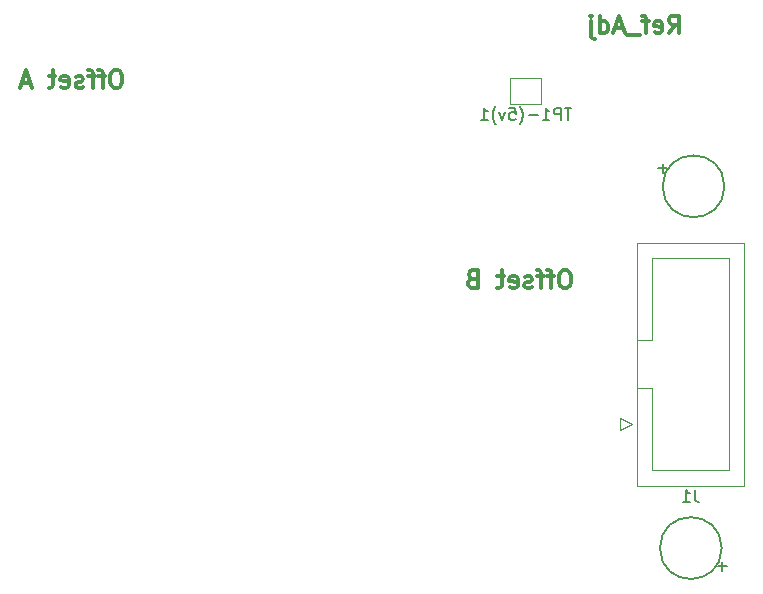
<source format=gbr>
%TF.GenerationSoftware,KiCad,Pcbnew,7.0.1-0*%
%TF.CreationDate,2024-01-08T18:39:07+13:00*%
%TF.ProjectId,MOL-main,4d4f4c2d-6d61-4696-9e2e-6b696361645f,001*%
%TF.SameCoordinates,Original*%
%TF.FileFunction,Legend,Bot*%
%TF.FilePolarity,Positive*%
%FSLAX46Y46*%
G04 Gerber Fmt 4.6, Leading zero omitted, Abs format (unit mm)*
G04 Created by KiCad (PCBNEW 7.0.1-0) date 2024-01-08 18:39:07*
%MOMM*%
%LPD*%
G01*
G04 APERTURE LIST*
%ADD10C,0.150000*%
%ADD11C,0.300000*%
%ADD12C,0.120000*%
G04 APERTURE END LIST*
D10*
X89444888Y-112150000D02*
X89444888Y-111400000D01*
X89641295Y-79600000D02*
G75*
G03*
X89641295Y-79600000I-2616295J0D01*
G01*
X89069888Y-111775000D02*
X89819888Y-111775000D01*
X84050000Y-78075000D02*
X84800000Y-78075000D01*
X89411183Y-110225000D02*
G75*
G03*
X89411183Y-110225000I-2616295J0D01*
G01*
X84425000Y-78450000D02*
X84425000Y-77700000D01*
D11*
X38282142Y-69766428D02*
X37996428Y-69766428D01*
X37996428Y-69766428D02*
X37853571Y-69837857D01*
X37853571Y-69837857D02*
X37710714Y-69980714D01*
X37710714Y-69980714D02*
X37639285Y-70266428D01*
X37639285Y-70266428D02*
X37639285Y-70766428D01*
X37639285Y-70766428D02*
X37710714Y-71052142D01*
X37710714Y-71052142D02*
X37853571Y-71195000D01*
X37853571Y-71195000D02*
X37996428Y-71266428D01*
X37996428Y-71266428D02*
X38282142Y-71266428D01*
X38282142Y-71266428D02*
X38425000Y-71195000D01*
X38425000Y-71195000D02*
X38567857Y-71052142D01*
X38567857Y-71052142D02*
X38639285Y-70766428D01*
X38639285Y-70766428D02*
X38639285Y-70266428D01*
X38639285Y-70266428D02*
X38567857Y-69980714D01*
X38567857Y-69980714D02*
X38425000Y-69837857D01*
X38425000Y-69837857D02*
X38282142Y-69766428D01*
X37210713Y-70266428D02*
X36639285Y-70266428D01*
X36996428Y-71266428D02*
X36996428Y-69980714D01*
X36996428Y-69980714D02*
X36924999Y-69837857D01*
X36924999Y-69837857D02*
X36782142Y-69766428D01*
X36782142Y-69766428D02*
X36639285Y-69766428D01*
X36353570Y-70266428D02*
X35782142Y-70266428D01*
X36139285Y-71266428D02*
X36139285Y-69980714D01*
X36139285Y-69980714D02*
X36067856Y-69837857D01*
X36067856Y-69837857D02*
X35924999Y-69766428D01*
X35924999Y-69766428D02*
X35782142Y-69766428D01*
X35353570Y-71195000D02*
X35210713Y-71266428D01*
X35210713Y-71266428D02*
X34924999Y-71266428D01*
X34924999Y-71266428D02*
X34782142Y-71195000D01*
X34782142Y-71195000D02*
X34710713Y-71052142D01*
X34710713Y-71052142D02*
X34710713Y-70980714D01*
X34710713Y-70980714D02*
X34782142Y-70837857D01*
X34782142Y-70837857D02*
X34924999Y-70766428D01*
X34924999Y-70766428D02*
X35139285Y-70766428D01*
X35139285Y-70766428D02*
X35282142Y-70695000D01*
X35282142Y-70695000D02*
X35353570Y-70552142D01*
X35353570Y-70552142D02*
X35353570Y-70480714D01*
X35353570Y-70480714D02*
X35282142Y-70337857D01*
X35282142Y-70337857D02*
X35139285Y-70266428D01*
X35139285Y-70266428D02*
X34924999Y-70266428D01*
X34924999Y-70266428D02*
X34782142Y-70337857D01*
X33496427Y-71195000D02*
X33639284Y-71266428D01*
X33639284Y-71266428D02*
X33924999Y-71266428D01*
X33924999Y-71266428D02*
X34067856Y-71195000D01*
X34067856Y-71195000D02*
X34139284Y-71052142D01*
X34139284Y-71052142D02*
X34139284Y-70480714D01*
X34139284Y-70480714D02*
X34067856Y-70337857D01*
X34067856Y-70337857D02*
X33924999Y-70266428D01*
X33924999Y-70266428D02*
X33639284Y-70266428D01*
X33639284Y-70266428D02*
X33496427Y-70337857D01*
X33496427Y-70337857D02*
X33424999Y-70480714D01*
X33424999Y-70480714D02*
X33424999Y-70623571D01*
X33424999Y-70623571D02*
X34139284Y-70766428D01*
X32996427Y-70266428D02*
X32424999Y-70266428D01*
X32782142Y-69766428D02*
X32782142Y-71052142D01*
X32782142Y-71052142D02*
X32710713Y-71195000D01*
X32710713Y-71195000D02*
X32567856Y-71266428D01*
X32567856Y-71266428D02*
X32424999Y-71266428D01*
X30853570Y-70837857D02*
X30139285Y-70837857D01*
X30996427Y-71266428D02*
X30496427Y-69766428D01*
X30496427Y-69766428D02*
X29996427Y-71266428D01*
X76282142Y-86716428D02*
X75996428Y-86716428D01*
X75996428Y-86716428D02*
X75853571Y-86787857D01*
X75853571Y-86787857D02*
X75710714Y-86930714D01*
X75710714Y-86930714D02*
X75639285Y-87216428D01*
X75639285Y-87216428D02*
X75639285Y-87716428D01*
X75639285Y-87716428D02*
X75710714Y-88002142D01*
X75710714Y-88002142D02*
X75853571Y-88145000D01*
X75853571Y-88145000D02*
X75996428Y-88216428D01*
X75996428Y-88216428D02*
X76282142Y-88216428D01*
X76282142Y-88216428D02*
X76425000Y-88145000D01*
X76425000Y-88145000D02*
X76567857Y-88002142D01*
X76567857Y-88002142D02*
X76639285Y-87716428D01*
X76639285Y-87716428D02*
X76639285Y-87216428D01*
X76639285Y-87216428D02*
X76567857Y-86930714D01*
X76567857Y-86930714D02*
X76425000Y-86787857D01*
X76425000Y-86787857D02*
X76282142Y-86716428D01*
X75210713Y-87216428D02*
X74639285Y-87216428D01*
X74996428Y-88216428D02*
X74996428Y-86930714D01*
X74996428Y-86930714D02*
X74924999Y-86787857D01*
X74924999Y-86787857D02*
X74782142Y-86716428D01*
X74782142Y-86716428D02*
X74639285Y-86716428D01*
X74353570Y-87216428D02*
X73782142Y-87216428D01*
X74139285Y-88216428D02*
X74139285Y-86930714D01*
X74139285Y-86930714D02*
X74067856Y-86787857D01*
X74067856Y-86787857D02*
X73924999Y-86716428D01*
X73924999Y-86716428D02*
X73782142Y-86716428D01*
X73353570Y-88145000D02*
X73210713Y-88216428D01*
X73210713Y-88216428D02*
X72924999Y-88216428D01*
X72924999Y-88216428D02*
X72782142Y-88145000D01*
X72782142Y-88145000D02*
X72710713Y-88002142D01*
X72710713Y-88002142D02*
X72710713Y-87930714D01*
X72710713Y-87930714D02*
X72782142Y-87787857D01*
X72782142Y-87787857D02*
X72924999Y-87716428D01*
X72924999Y-87716428D02*
X73139285Y-87716428D01*
X73139285Y-87716428D02*
X73282142Y-87645000D01*
X73282142Y-87645000D02*
X73353570Y-87502142D01*
X73353570Y-87502142D02*
X73353570Y-87430714D01*
X73353570Y-87430714D02*
X73282142Y-87287857D01*
X73282142Y-87287857D02*
X73139285Y-87216428D01*
X73139285Y-87216428D02*
X72924999Y-87216428D01*
X72924999Y-87216428D02*
X72782142Y-87287857D01*
X71496427Y-88145000D02*
X71639284Y-88216428D01*
X71639284Y-88216428D02*
X71924999Y-88216428D01*
X71924999Y-88216428D02*
X72067856Y-88145000D01*
X72067856Y-88145000D02*
X72139284Y-88002142D01*
X72139284Y-88002142D02*
X72139284Y-87430714D01*
X72139284Y-87430714D02*
X72067856Y-87287857D01*
X72067856Y-87287857D02*
X71924999Y-87216428D01*
X71924999Y-87216428D02*
X71639284Y-87216428D01*
X71639284Y-87216428D02*
X71496427Y-87287857D01*
X71496427Y-87287857D02*
X71424999Y-87430714D01*
X71424999Y-87430714D02*
X71424999Y-87573571D01*
X71424999Y-87573571D02*
X72139284Y-87716428D01*
X70996427Y-87216428D02*
X70424999Y-87216428D01*
X70782142Y-86716428D02*
X70782142Y-88002142D01*
X70782142Y-88002142D02*
X70710713Y-88145000D01*
X70710713Y-88145000D02*
X70567856Y-88216428D01*
X70567856Y-88216428D02*
X70424999Y-88216428D01*
X68282142Y-87430714D02*
X68067856Y-87502142D01*
X68067856Y-87502142D02*
X67996427Y-87573571D01*
X67996427Y-87573571D02*
X67924999Y-87716428D01*
X67924999Y-87716428D02*
X67924999Y-87930714D01*
X67924999Y-87930714D02*
X67996427Y-88073571D01*
X67996427Y-88073571D02*
X68067856Y-88145000D01*
X68067856Y-88145000D02*
X68210713Y-88216428D01*
X68210713Y-88216428D02*
X68782142Y-88216428D01*
X68782142Y-88216428D02*
X68782142Y-86716428D01*
X68782142Y-86716428D02*
X68282142Y-86716428D01*
X68282142Y-86716428D02*
X68139285Y-86787857D01*
X68139285Y-86787857D02*
X68067856Y-86859285D01*
X68067856Y-86859285D02*
X67996427Y-87002142D01*
X67996427Y-87002142D02*
X67996427Y-87145000D01*
X67996427Y-87145000D02*
X68067856Y-87287857D01*
X68067856Y-87287857D02*
X68139285Y-87359285D01*
X68139285Y-87359285D02*
X68282142Y-87430714D01*
X68282142Y-87430714D02*
X68782142Y-87430714D01*
X84935714Y-66641428D02*
X85435714Y-65927142D01*
X85792857Y-66641428D02*
X85792857Y-65141428D01*
X85792857Y-65141428D02*
X85221428Y-65141428D01*
X85221428Y-65141428D02*
X85078571Y-65212857D01*
X85078571Y-65212857D02*
X85007142Y-65284285D01*
X85007142Y-65284285D02*
X84935714Y-65427142D01*
X84935714Y-65427142D02*
X84935714Y-65641428D01*
X84935714Y-65641428D02*
X85007142Y-65784285D01*
X85007142Y-65784285D02*
X85078571Y-65855714D01*
X85078571Y-65855714D02*
X85221428Y-65927142D01*
X85221428Y-65927142D02*
X85792857Y-65927142D01*
X83721428Y-66570000D02*
X83864285Y-66641428D01*
X83864285Y-66641428D02*
X84150000Y-66641428D01*
X84150000Y-66641428D02*
X84292857Y-66570000D01*
X84292857Y-66570000D02*
X84364285Y-66427142D01*
X84364285Y-66427142D02*
X84364285Y-65855714D01*
X84364285Y-65855714D02*
X84292857Y-65712857D01*
X84292857Y-65712857D02*
X84150000Y-65641428D01*
X84150000Y-65641428D02*
X83864285Y-65641428D01*
X83864285Y-65641428D02*
X83721428Y-65712857D01*
X83721428Y-65712857D02*
X83650000Y-65855714D01*
X83650000Y-65855714D02*
X83650000Y-65998571D01*
X83650000Y-65998571D02*
X84364285Y-66141428D01*
X83221428Y-65641428D02*
X82650000Y-65641428D01*
X83007143Y-66641428D02*
X83007143Y-65355714D01*
X83007143Y-65355714D02*
X82935714Y-65212857D01*
X82935714Y-65212857D02*
X82792857Y-65141428D01*
X82792857Y-65141428D02*
X82650000Y-65141428D01*
X82507143Y-66784285D02*
X81364285Y-66784285D01*
X81078571Y-66212857D02*
X80364286Y-66212857D01*
X81221428Y-66641428D02*
X80721428Y-65141428D01*
X80721428Y-65141428D02*
X80221428Y-66641428D01*
X79078572Y-66641428D02*
X79078572Y-65141428D01*
X79078572Y-66570000D02*
X79221429Y-66641428D01*
X79221429Y-66641428D02*
X79507143Y-66641428D01*
X79507143Y-66641428D02*
X79650000Y-66570000D01*
X79650000Y-66570000D02*
X79721429Y-66498571D01*
X79721429Y-66498571D02*
X79792857Y-66355714D01*
X79792857Y-66355714D02*
X79792857Y-65927142D01*
X79792857Y-65927142D02*
X79721429Y-65784285D01*
X79721429Y-65784285D02*
X79650000Y-65712857D01*
X79650000Y-65712857D02*
X79507143Y-65641428D01*
X79507143Y-65641428D02*
X79221429Y-65641428D01*
X79221429Y-65641428D02*
X79078572Y-65712857D01*
X78364286Y-65641428D02*
X78364286Y-66927142D01*
X78364286Y-66927142D02*
X78435714Y-67070000D01*
X78435714Y-67070000D02*
X78578571Y-67141428D01*
X78578571Y-67141428D02*
X78650000Y-67141428D01*
X78364286Y-65141428D02*
X78435714Y-65212857D01*
X78435714Y-65212857D02*
X78364286Y-65284285D01*
X78364286Y-65284285D02*
X78292857Y-65212857D01*
X78292857Y-65212857D02*
X78364286Y-65141428D01*
X78364286Y-65141428D02*
X78364286Y-65284285D01*
D10*
%TO.C,J1*%
X87113333Y-105287619D02*
X87113333Y-106001904D01*
X87113333Y-106001904D02*
X87160952Y-106144761D01*
X87160952Y-106144761D02*
X87256190Y-106240000D01*
X87256190Y-106240000D02*
X87399047Y-106287619D01*
X87399047Y-106287619D02*
X87494285Y-106287619D01*
X86113333Y-106287619D02*
X86684761Y-106287619D01*
X86399047Y-106287619D02*
X86399047Y-105287619D01*
X86399047Y-105287619D02*
X86494285Y-105430476D01*
X86494285Y-105430476D02*
X86589523Y-105525714D01*
X86589523Y-105525714D02*
X86684761Y-105573333D01*
%TO.C,TP1-(5v)1*%
X76680952Y-72962619D02*
X76109524Y-72962619D01*
X76395238Y-73962619D02*
X76395238Y-72962619D01*
X75776190Y-73962619D02*
X75776190Y-72962619D01*
X75776190Y-72962619D02*
X75395238Y-72962619D01*
X75395238Y-72962619D02*
X75300000Y-73010238D01*
X75300000Y-73010238D02*
X75252381Y-73057857D01*
X75252381Y-73057857D02*
X75204762Y-73153095D01*
X75204762Y-73153095D02*
X75204762Y-73295952D01*
X75204762Y-73295952D02*
X75252381Y-73391190D01*
X75252381Y-73391190D02*
X75300000Y-73438809D01*
X75300000Y-73438809D02*
X75395238Y-73486428D01*
X75395238Y-73486428D02*
X75776190Y-73486428D01*
X74252381Y-73962619D02*
X74823809Y-73962619D01*
X74538095Y-73962619D02*
X74538095Y-72962619D01*
X74538095Y-72962619D02*
X74633333Y-73105476D01*
X74633333Y-73105476D02*
X74728571Y-73200714D01*
X74728571Y-73200714D02*
X74823809Y-73248333D01*
X73823809Y-73581666D02*
X73061905Y-73581666D01*
X72300000Y-74343571D02*
X72347619Y-74295952D01*
X72347619Y-74295952D02*
X72442857Y-74153095D01*
X72442857Y-74153095D02*
X72490476Y-74057857D01*
X72490476Y-74057857D02*
X72538095Y-73915000D01*
X72538095Y-73915000D02*
X72585714Y-73676904D01*
X72585714Y-73676904D02*
X72585714Y-73486428D01*
X72585714Y-73486428D02*
X72538095Y-73248333D01*
X72538095Y-73248333D02*
X72490476Y-73105476D01*
X72490476Y-73105476D02*
X72442857Y-73010238D01*
X72442857Y-73010238D02*
X72347619Y-72867380D01*
X72347619Y-72867380D02*
X72300000Y-72819761D01*
X71442857Y-72962619D02*
X71919047Y-72962619D01*
X71919047Y-72962619D02*
X71966666Y-73438809D01*
X71966666Y-73438809D02*
X71919047Y-73391190D01*
X71919047Y-73391190D02*
X71823809Y-73343571D01*
X71823809Y-73343571D02*
X71585714Y-73343571D01*
X71585714Y-73343571D02*
X71490476Y-73391190D01*
X71490476Y-73391190D02*
X71442857Y-73438809D01*
X71442857Y-73438809D02*
X71395238Y-73534047D01*
X71395238Y-73534047D02*
X71395238Y-73772142D01*
X71395238Y-73772142D02*
X71442857Y-73867380D01*
X71442857Y-73867380D02*
X71490476Y-73915000D01*
X71490476Y-73915000D02*
X71585714Y-73962619D01*
X71585714Y-73962619D02*
X71823809Y-73962619D01*
X71823809Y-73962619D02*
X71919047Y-73915000D01*
X71919047Y-73915000D02*
X71966666Y-73867380D01*
X71061904Y-73295952D02*
X70823809Y-73962619D01*
X70823809Y-73962619D02*
X70585714Y-73295952D01*
X70299999Y-74343571D02*
X70252380Y-74295952D01*
X70252380Y-74295952D02*
X70157142Y-74153095D01*
X70157142Y-74153095D02*
X70109523Y-74057857D01*
X70109523Y-74057857D02*
X70061904Y-73915000D01*
X70061904Y-73915000D02*
X70014285Y-73676904D01*
X70014285Y-73676904D02*
X70014285Y-73486428D01*
X70014285Y-73486428D02*
X70061904Y-73248333D01*
X70061904Y-73248333D02*
X70109523Y-73105476D01*
X70109523Y-73105476D02*
X70157142Y-73010238D01*
X70157142Y-73010238D02*
X70252380Y-72867380D01*
X70252380Y-72867380D02*
X70299999Y-72819761D01*
X69014285Y-73962619D02*
X69585713Y-73962619D01*
X69299999Y-73962619D02*
X69299999Y-72962619D01*
X69299999Y-72962619D02*
X69395237Y-73105476D01*
X69395237Y-73105476D02*
X69490475Y-73200714D01*
X69490475Y-73200714D02*
X69585713Y-73248333D01*
D12*
%TO.C,J1*%
X80830000Y-99225000D02*
X81830000Y-99725000D01*
X80830000Y-100225000D02*
X80830000Y-99225000D01*
X81830000Y-99725000D02*
X80830000Y-100225000D01*
X82220000Y-84355000D02*
X82220000Y-104935000D01*
X82220000Y-96695000D02*
X83530000Y-96695000D01*
X82220000Y-104935000D02*
X91340000Y-104935000D01*
X83530000Y-85655000D02*
X83530000Y-92595000D01*
X83530000Y-92595000D02*
X82220000Y-92595000D01*
X83530000Y-92595000D02*
X83530000Y-92595000D01*
X83530000Y-96695000D02*
X83530000Y-103635000D01*
X83530000Y-103635000D02*
X90030000Y-103635000D01*
X90030000Y-85655000D02*
X83530000Y-85655000D01*
X90030000Y-103635000D02*
X90030000Y-85655000D01*
X91340000Y-84355000D02*
X82220000Y-84355000D01*
X91340000Y-104935000D02*
X91340000Y-84355000D01*
%TO.C,TP1-(5v)1*%
X74100000Y-72650000D02*
X71500000Y-72650000D01*
X74100000Y-72150000D02*
X74100000Y-72650000D01*
X74100000Y-70450000D02*
X74100000Y-72150000D01*
X71500000Y-72650000D02*
X71500000Y-70450000D01*
X71500000Y-70450000D02*
X74100000Y-70450000D01*
%TD*%
M02*

</source>
